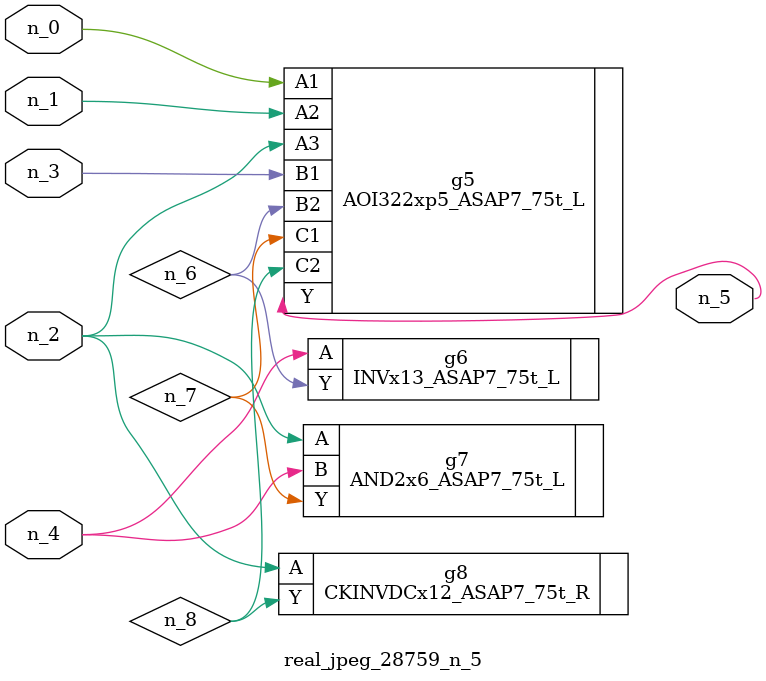
<source format=v>
module real_jpeg_28759_n_5 (n_4, n_0, n_1, n_2, n_3, n_5);

input n_4;
input n_0;
input n_1;
input n_2;
input n_3;

output n_5;

wire n_8;
wire n_6;
wire n_7;

AOI322xp5_ASAP7_75t_L g5 ( 
.A1(n_0),
.A2(n_1),
.A3(n_2),
.B1(n_3),
.B2(n_6),
.C1(n_7),
.C2(n_8),
.Y(n_5)
);

AND2x6_ASAP7_75t_L g7 ( 
.A(n_2),
.B(n_4),
.Y(n_7)
);

CKINVDCx12_ASAP7_75t_R g8 ( 
.A(n_2),
.Y(n_8)
);

INVx13_ASAP7_75t_L g6 ( 
.A(n_4),
.Y(n_6)
);


endmodule
</source>
